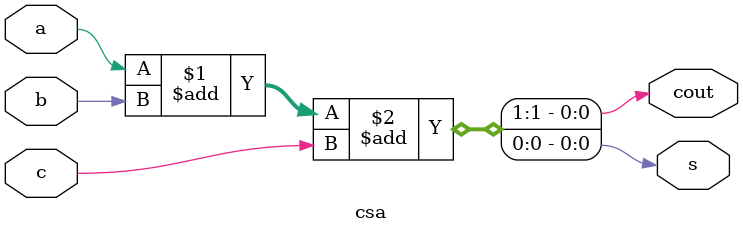
<source format=v>
/*************************************************************
 * @ name           : csa.v
 * @ description    : 
 * @ use module     : 
 * @ author         : K
 * @ date modified  : 2023-5-24
*************************************************************/
`ifndef CSA_V
`define CSA_V
module csa (
    input   a,
    input   b,
    input   c,
    output  s,
    output  cout
);
`define CSA_SIM

`ifdef CSA_SIM
    assign {cout,s} = a + b + c;
`else
    assign s = a ^ b ^ c; // (a & ~b & ~c) | (~a & b & ~c) | (~a & ~b & c) | (a & b & c)
    assign cout = (a & b) | (a & c) | (b & c);
`endif
`endif
endmodule
</source>
